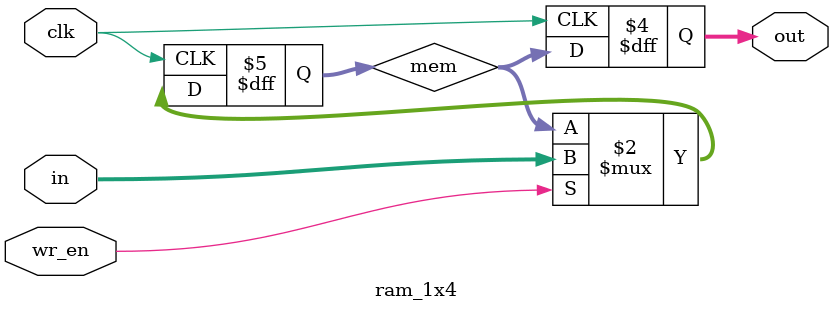
<source format=v>
module ram_1x8 (input wire clk, input wire wr_en, input wire [7:0] in, output wire [7:0] out);
    wire [3:0] in_high = in[7:4];
    wire [3:0] in_low = in[3:0];
    wire [3:0] out_high, out_low;

    ram_1x4 ram_high (.clk(clk), .wr_en(wr_en), .in(in_high), .out(out_high));
    ram_1x4 ram_low (.clk(clk), .wr_en(wr_en), .in(in_low), .out(out_low));

    assign out = {out_high, out_low};
endmodule

module ram_1x4 (input wire clk, input wire wr_en, input wire [3:0] in, output reg [3:0] out);
    reg [3:0] mem; 

    always @(posedge clk) begin
        if (wr_en) begin
            mem <= in; 
        end
        out <= mem; 
    end
endmodule

</source>
